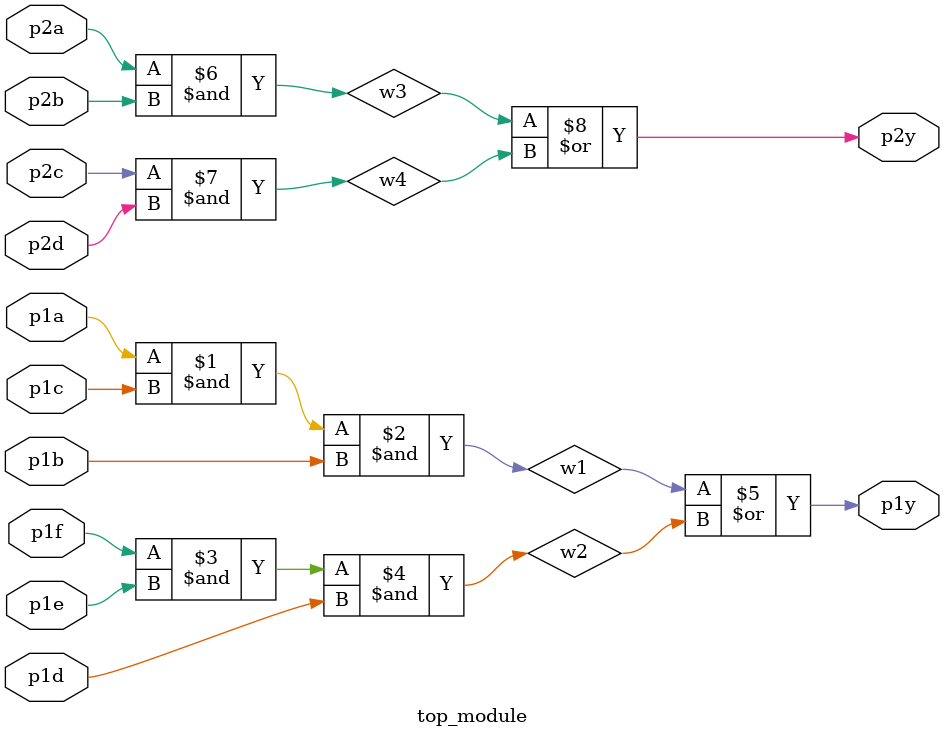
<source format=v>

module top_module ( 
    input p1a, p1b, p1c, p1d, p1e, p1f,
    output p1y,
    input p2a, p2b, p2c, p2d,
    output p2y );
wire w1,w2,w3,w4;
    and(w1,p1a,p1c,p1b);
    and(w2,p1f,p1e,p1d);
    or(p1y,w1,w2);
    and(w3,p2a,p2b);
    and(w4,p2c,p2d);
    or(p2y,w3,w4);
    

endmodule

</source>
